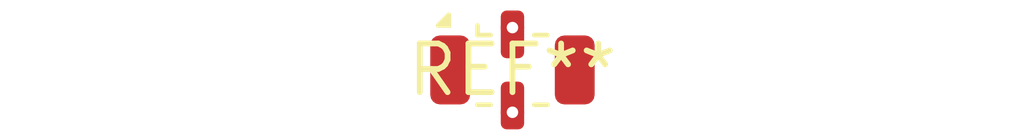
<source format=kicad_pcb>
(kicad_pcb (version 20240108) (generator pcbnew)
  (layers (0 "F.Cu" signal) (31 "B.Cu" signal) (34 "B.Paste" user) (35 "F.Paste" user) (36 "B.SilkS" user "B.Silkscreen") (37 "F.SilkS" user "F.Silkscreen") (38 "B.Mask" user) (39 "F.Mask" user) (44 "Edge.Cuts" user))
  (net 0 "")
  (footprint "Filter_Mini-Circuits_FV1206" (layer "F.Cu") (at 0 0)
    (property "Reference" "REF**")
    (property "Value" "Filter_Mini-Circuits_FV1206")
    (fp_line (start -0.91 -0.91) (end -0.91 -1.16) (layer "F.SilkS") (stroke (width 0.12)))
    (fp_line (start -0.91 -0.91) (end -0.57 -0.91) (layer "F.SilkS") (stroke (width 0.12)))
    (fp_line (start -0.91 0.91) (end -0.57 0.91) (layer "F.SilkS") (stroke (width 0.12)))
    (fp_line (start 0.57 -0.91) (end 0.91 -0.91) (layer "F.SilkS") (stroke (width 0.12)))
    (fp_line (start 0.57 0.91) (end 0.91 0.91) (layer "F.SilkS") (stroke (width 0.12)))
    (fp_poly (pts (xy -1.66 -1.16) (xy -1.94 -1.16) (xy -1.66 -1.44) (xy -1.66 -1.16)) (layer "F.SilkS") (stroke (width 0.12)) (fill solid))
    (pad "1" smd roundrect (at -1.625 0) (size 1.04 1.8) (layers "F.Cu" "F.Paste" "F.Mask") (roundrect_rratio 0.24))
    (pad "2" smd roundrect (at 0 0.9275) (size 0.61 1.245) (layers "F.Cu" "F.Paste" "F.Mask"))
    (pad "2" thru_hole circle (at 0 1.105) (size 0.61 0.61) (drill 0.3) (layers *.Cu *.Mask) (remove_unused_layers))
    (pad "3" smd roundrect (at 1.625 0) (size 1.04 1.8) (layers "F.Cu" "F.Paste" "F.Mask") (roundrect_rratio 0.24))
    (pad "4" thru_hole circle (at 0 -1.105) (size 0.61 0.61) (drill 0.3) (layers *.Cu *.Mask) (remove_unused_layers))
    (pad "4" smd roundrect (at 0 -0.9275) (size 0.61 1.245) (layers "F.Cu" "F.Paste" "F.Mask"))
  )
)
</source>
